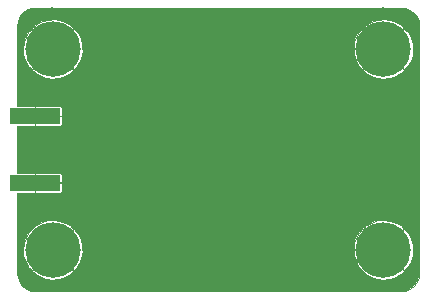
<source format=gbr>
%TF.GenerationSoftware,KiCad,Pcbnew,5.1.9-73d0e3b20d~88~ubuntu20.04.1*%
%TF.CreationDate,2021-03-06T00:26:18+00:00*%
%TF.ProjectId,SMA_to_uFL,534d415f-746f-45f7-9546-4c2e6b696361,1.0*%
%TF.SameCoordinates,Original*%
%TF.FileFunction,Copper,L2,Bot*%
%TF.FilePolarity,Positive*%
%FSLAX46Y46*%
G04 Gerber Fmt 4.6, Leading zero omitted, Abs format (unit mm)*
G04 Created by KiCad (PCBNEW 5.1.9-73d0e3b20d~88~ubuntu20.04.1) date 2021-03-06 00:26:18*
%MOMM*%
%LPD*%
G01*
G04 APERTURE LIST*
%TA.AperFunction,ComponentPad*%
%ADD10C,4.700000*%
%TD*%
%TA.AperFunction,SMDPad,CuDef*%
%ADD11R,4.200000X1.350000*%
%TD*%
%TA.AperFunction,ViaPad*%
%ADD12C,0.800000*%
%TD*%
%TA.AperFunction,Conductor*%
%ADD13C,0.064000*%
%TD*%
%TA.AperFunction,Conductor*%
%ADD14C,0.100000*%
%TD*%
G04 APERTURE END LIST*
D10*
%TO.P, ,1*%
%TO.N,GND*%
X104500000Y-68500000D03*
%TD*%
%TO.P, ,1*%
%TO.N,GND*%
X76500000Y-68500000D03*
%TD*%
%TO.P, ,1*%
%TO.N,GND*%
X104500000Y-51500000D03*
%TD*%
%TO.P, ,1*%
%TO.N,GND*%
X76500000Y-51500000D03*
%TD*%
D11*
%TO.P,J5,2*%
%TO.N,GND*%
X75000000Y-62825000D03*
X75000000Y-57175000D03*
%TD*%
D12*
%TO.N,GND*%
X78400000Y-57800000D03*
X80860000Y-57800000D03*
X83320000Y-57800000D03*
X85780000Y-57800000D03*
X88240000Y-57800000D03*
X90700000Y-57800000D03*
X93160000Y-57800000D03*
X95620000Y-57800000D03*
X98080000Y-57800000D03*
X100540000Y-57800000D03*
X103000000Y-57800000D03*
X78400000Y-62100000D03*
X80860000Y-62100000D03*
X83320000Y-62100000D03*
X85780000Y-62100000D03*
X88240000Y-62100000D03*
X90700000Y-62100000D03*
X93160000Y-62100000D03*
X95620000Y-62100000D03*
X98080000Y-62100000D03*
X100540000Y-62100000D03*
X103000000Y-62100000D03*
X79953000Y-71430000D03*
X81731000Y-71430000D03*
X83382000Y-71430000D03*
X86900000Y-69500000D03*
X88400000Y-66800000D03*
X90000000Y-71400000D03*
X92500000Y-66900000D03*
X94000000Y-68300000D03*
X95400000Y-69500000D03*
X98100000Y-71500000D03*
X99900000Y-71500000D03*
X100800000Y-66900000D03*
X80207000Y-67493000D03*
X85500000Y-67300000D03*
X82500000Y-65000000D03*
X74300000Y-49200000D03*
X76400000Y-48400000D03*
X78800000Y-49300000D03*
X74200000Y-53700000D03*
X76500000Y-54700000D03*
X78900000Y-53600000D03*
X79700000Y-51500000D03*
X101300000Y-51400000D03*
X102300000Y-49100000D03*
X104500000Y-48400000D03*
X106700000Y-49200000D03*
X104500000Y-54700000D03*
X102200000Y-53700000D03*
X106700000Y-53800000D03*
X106800000Y-70600000D03*
X106700000Y-66300000D03*
X104500000Y-65400000D03*
X104500000Y-71600000D03*
X102200000Y-70600000D03*
X102300000Y-66300000D03*
X76500000Y-71600000D03*
X74238000Y-70795000D03*
X78937000Y-70668000D03*
X74200000Y-66200000D03*
X76600000Y-65300000D03*
X78900000Y-66300000D03*
%TD*%
D13*
%TO.N,GND*%
X106293034Y-48020077D02*
X106574904Y-48105179D01*
X106834876Y-48243409D01*
X107063050Y-48429503D01*
X107250733Y-48656373D01*
X107390773Y-48915372D01*
X107477841Y-49196643D01*
X107511000Y-49512128D01*
X107511001Y-70476076D01*
X107479923Y-70793034D01*
X107394822Y-71074903D01*
X107256591Y-71334876D01*
X107070494Y-71563053D01*
X106843630Y-71750732D01*
X106584628Y-71890773D01*
X106303357Y-71977841D01*
X105987871Y-72011000D01*
X75023914Y-72011000D01*
X74706966Y-71979923D01*
X74425097Y-71894822D01*
X74165124Y-71756591D01*
X73936947Y-71570494D01*
X73749268Y-71343630D01*
X73609227Y-71084628D01*
X73522159Y-70803357D01*
X73489000Y-70487871D01*
X73489000Y-70277623D01*
X74767632Y-70277623D01*
X75043528Y-70559103D01*
X75473225Y-70803682D01*
X75942380Y-70959732D01*
X76432964Y-71021255D01*
X76926125Y-70985888D01*
X77402910Y-70854989D01*
X77844996Y-70633589D01*
X77956472Y-70559103D01*
X78232368Y-70277623D01*
X102767632Y-70277623D01*
X103043528Y-70559103D01*
X103473225Y-70803682D01*
X103942380Y-70959732D01*
X104432964Y-71021255D01*
X104926125Y-70985888D01*
X105402910Y-70854989D01*
X105844996Y-70633589D01*
X105956472Y-70559103D01*
X106232368Y-70277623D01*
X104500000Y-68545255D01*
X102767632Y-70277623D01*
X78232368Y-70277623D01*
X76500000Y-68545255D01*
X74767632Y-70277623D01*
X73489000Y-70277623D01*
X73489000Y-68432964D01*
X73978745Y-68432964D01*
X74014112Y-68926125D01*
X74145011Y-69402910D01*
X74366411Y-69844996D01*
X74440897Y-69956472D01*
X74722377Y-70232368D01*
X76454745Y-68500000D01*
X76545255Y-68500000D01*
X78277623Y-70232368D01*
X78559103Y-69956472D01*
X78803682Y-69526775D01*
X78959732Y-69057620D01*
X79021255Y-68567036D01*
X79011641Y-68432964D01*
X101978745Y-68432964D01*
X102014112Y-68926125D01*
X102145011Y-69402910D01*
X102366411Y-69844996D01*
X102440897Y-69956472D01*
X102722377Y-70232368D01*
X104454745Y-68500000D01*
X104545255Y-68500000D01*
X106277623Y-70232368D01*
X106559103Y-69956472D01*
X106803682Y-69526775D01*
X106959732Y-69057620D01*
X107021255Y-68567036D01*
X106985888Y-68073875D01*
X106854989Y-67597090D01*
X106633589Y-67155004D01*
X106559103Y-67043528D01*
X106277623Y-66767632D01*
X104545255Y-68500000D01*
X104454745Y-68500000D01*
X102722377Y-66767632D01*
X102440897Y-67043528D01*
X102196318Y-67473225D01*
X102040268Y-67942380D01*
X101978745Y-68432964D01*
X79011641Y-68432964D01*
X78985888Y-68073875D01*
X78854989Y-67597090D01*
X78633589Y-67155004D01*
X78559103Y-67043528D01*
X78277623Y-66767632D01*
X76545255Y-68500000D01*
X76454745Y-68500000D01*
X74722377Y-66767632D01*
X74440897Y-67043528D01*
X74196318Y-67473225D01*
X74040268Y-67942380D01*
X73978745Y-68432964D01*
X73489000Y-68432964D01*
X73489000Y-66722377D01*
X74767632Y-66722377D01*
X76500000Y-68454745D01*
X78232368Y-66722377D01*
X102767632Y-66722377D01*
X104500000Y-68454745D01*
X106232368Y-66722377D01*
X105956472Y-66440897D01*
X105526775Y-66196318D01*
X105057620Y-66040268D01*
X104567036Y-65978745D01*
X104073875Y-66014112D01*
X103597090Y-66145011D01*
X103155004Y-66366411D01*
X103043528Y-66440897D01*
X102767632Y-66722377D01*
X78232368Y-66722377D01*
X77956472Y-66440897D01*
X77526775Y-66196318D01*
X77057620Y-66040268D01*
X76567036Y-65978745D01*
X76073875Y-66014112D01*
X75597090Y-66145011D01*
X75155004Y-66366411D01*
X75043528Y-66440897D01*
X74767632Y-66722377D01*
X73489000Y-66722377D01*
X73489000Y-63660549D01*
X74928000Y-63660000D01*
X74968000Y-63620000D01*
X74968000Y-62857000D01*
X75032000Y-62857000D01*
X75032000Y-63620000D01*
X75072000Y-63660000D01*
X77100000Y-63660774D01*
X77131365Y-63657685D01*
X77161526Y-63648536D01*
X77189321Y-63633679D01*
X77213684Y-63613684D01*
X77233679Y-63589321D01*
X77248536Y-63561526D01*
X77257685Y-63531365D01*
X77260774Y-63500000D01*
X77260000Y-62897000D01*
X77220000Y-62857000D01*
X75032000Y-62857000D01*
X74968000Y-62857000D01*
X74948000Y-62857000D01*
X74948000Y-62793000D01*
X74968000Y-62793000D01*
X74968000Y-62030000D01*
X75032000Y-62030000D01*
X75032000Y-62793000D01*
X77220000Y-62793000D01*
X77260000Y-62753000D01*
X77260774Y-62150000D01*
X77257685Y-62118635D01*
X77248536Y-62088474D01*
X77233679Y-62060679D01*
X77213684Y-62036316D01*
X77189321Y-62016321D01*
X77161526Y-62001464D01*
X77131365Y-61992315D01*
X77100000Y-61989226D01*
X75072000Y-61990000D01*
X75032000Y-62030000D01*
X74968000Y-62030000D01*
X74928000Y-61990000D01*
X73489000Y-61989451D01*
X73489000Y-58010549D01*
X74928000Y-58010000D01*
X74968000Y-57970000D01*
X74968000Y-57207000D01*
X75032000Y-57207000D01*
X75032000Y-57970000D01*
X75072000Y-58010000D01*
X77100000Y-58010774D01*
X77131365Y-58007685D01*
X77161526Y-57998536D01*
X77189321Y-57983679D01*
X77213684Y-57963684D01*
X77233679Y-57939321D01*
X77248536Y-57911526D01*
X77257685Y-57881365D01*
X77260774Y-57850000D01*
X77260000Y-57247000D01*
X77220000Y-57207000D01*
X75032000Y-57207000D01*
X74968000Y-57207000D01*
X74948000Y-57207000D01*
X74948000Y-57143000D01*
X74968000Y-57143000D01*
X74968000Y-56380000D01*
X75032000Y-56380000D01*
X75032000Y-57143000D01*
X77220000Y-57143000D01*
X77260000Y-57103000D01*
X77260774Y-56500000D01*
X77257685Y-56468635D01*
X77248536Y-56438474D01*
X77233679Y-56410679D01*
X77213684Y-56386316D01*
X77189321Y-56366321D01*
X77161526Y-56351464D01*
X77131365Y-56342315D01*
X77100000Y-56339226D01*
X75072000Y-56340000D01*
X75032000Y-56380000D01*
X74968000Y-56380000D01*
X74928000Y-56340000D01*
X73489000Y-56339451D01*
X73489000Y-53277623D01*
X74767632Y-53277623D01*
X75043528Y-53559103D01*
X75473225Y-53803682D01*
X75942380Y-53959732D01*
X76432964Y-54021255D01*
X76926125Y-53985888D01*
X77402910Y-53854989D01*
X77844996Y-53633589D01*
X77956472Y-53559103D01*
X78232368Y-53277623D01*
X102767632Y-53277623D01*
X103043528Y-53559103D01*
X103473225Y-53803682D01*
X103942380Y-53959732D01*
X104432964Y-54021255D01*
X104926125Y-53985888D01*
X105402910Y-53854989D01*
X105844996Y-53633589D01*
X105956472Y-53559103D01*
X106232368Y-53277623D01*
X104500000Y-51545255D01*
X102767632Y-53277623D01*
X78232368Y-53277623D01*
X76500000Y-51545255D01*
X74767632Y-53277623D01*
X73489000Y-53277623D01*
X73489000Y-51432964D01*
X73978745Y-51432964D01*
X74014112Y-51926125D01*
X74145011Y-52402910D01*
X74366411Y-52844996D01*
X74440897Y-52956472D01*
X74722377Y-53232368D01*
X76454745Y-51500000D01*
X76545255Y-51500000D01*
X78277623Y-53232368D01*
X78559103Y-52956472D01*
X78803682Y-52526775D01*
X78959732Y-52057620D01*
X79021255Y-51567036D01*
X79011641Y-51432964D01*
X101978745Y-51432964D01*
X102014112Y-51926125D01*
X102145011Y-52402910D01*
X102366411Y-52844996D01*
X102440897Y-52956472D01*
X102722377Y-53232368D01*
X104454745Y-51500000D01*
X104545255Y-51500000D01*
X106277623Y-53232368D01*
X106559103Y-52956472D01*
X106803682Y-52526775D01*
X106959732Y-52057620D01*
X107021255Y-51567036D01*
X106985888Y-51073875D01*
X106854989Y-50597090D01*
X106633589Y-50155004D01*
X106559103Y-50043528D01*
X106277623Y-49767632D01*
X104545255Y-51500000D01*
X104454745Y-51500000D01*
X102722377Y-49767632D01*
X102440897Y-50043528D01*
X102196318Y-50473225D01*
X102040268Y-50942380D01*
X101978745Y-51432964D01*
X79011641Y-51432964D01*
X78985888Y-51073875D01*
X78854989Y-50597090D01*
X78633589Y-50155004D01*
X78559103Y-50043528D01*
X78277623Y-49767632D01*
X76545255Y-51500000D01*
X76454745Y-51500000D01*
X74722377Y-49767632D01*
X74440897Y-50043528D01*
X74196318Y-50473225D01*
X74040268Y-50942380D01*
X73978745Y-51432964D01*
X73489000Y-51432964D01*
X73489000Y-49722377D01*
X74767632Y-49722377D01*
X76500000Y-51454745D01*
X78232368Y-49722377D01*
X102767632Y-49722377D01*
X104500000Y-51454745D01*
X106232368Y-49722377D01*
X105956472Y-49440897D01*
X105526775Y-49196318D01*
X105057620Y-49040268D01*
X104567036Y-48978745D01*
X104073875Y-49014112D01*
X103597090Y-49145011D01*
X103155004Y-49366411D01*
X103043528Y-49440897D01*
X102767632Y-49722377D01*
X78232368Y-49722377D01*
X77956472Y-49440897D01*
X77526775Y-49196318D01*
X77057620Y-49040268D01*
X76567036Y-48978745D01*
X76073875Y-49014112D01*
X75597090Y-49145011D01*
X75155004Y-49366411D01*
X75043528Y-49440897D01*
X74767632Y-49722377D01*
X73489000Y-49722377D01*
X73489000Y-49523914D01*
X73520078Y-49206963D01*
X73605179Y-48925096D01*
X73743409Y-48665124D01*
X73929503Y-48436950D01*
X74156373Y-48249267D01*
X74415372Y-48109227D01*
X74696643Y-48022159D01*
X75012128Y-47989000D01*
X105976086Y-47989000D01*
X106293034Y-48020077D01*
%TA.AperFunction,Conductor*%
D14*
G36*
X106293034Y-48020077D02*
G01*
X106574904Y-48105179D01*
X106834876Y-48243409D01*
X107063050Y-48429503D01*
X107250733Y-48656373D01*
X107390773Y-48915372D01*
X107477841Y-49196643D01*
X107511000Y-49512128D01*
X107511001Y-70476076D01*
X107479923Y-70793034D01*
X107394822Y-71074903D01*
X107256591Y-71334876D01*
X107070494Y-71563053D01*
X106843630Y-71750732D01*
X106584628Y-71890773D01*
X106303357Y-71977841D01*
X105987871Y-72011000D01*
X75023914Y-72011000D01*
X74706966Y-71979923D01*
X74425097Y-71894822D01*
X74165124Y-71756591D01*
X73936947Y-71570494D01*
X73749268Y-71343630D01*
X73609227Y-71084628D01*
X73522159Y-70803357D01*
X73489000Y-70487871D01*
X73489000Y-70277623D01*
X74767632Y-70277623D01*
X75043528Y-70559103D01*
X75473225Y-70803682D01*
X75942380Y-70959732D01*
X76432964Y-71021255D01*
X76926125Y-70985888D01*
X77402910Y-70854989D01*
X77844996Y-70633589D01*
X77956472Y-70559103D01*
X78232368Y-70277623D01*
X102767632Y-70277623D01*
X103043528Y-70559103D01*
X103473225Y-70803682D01*
X103942380Y-70959732D01*
X104432964Y-71021255D01*
X104926125Y-70985888D01*
X105402910Y-70854989D01*
X105844996Y-70633589D01*
X105956472Y-70559103D01*
X106232368Y-70277623D01*
X104500000Y-68545255D01*
X102767632Y-70277623D01*
X78232368Y-70277623D01*
X76500000Y-68545255D01*
X74767632Y-70277623D01*
X73489000Y-70277623D01*
X73489000Y-68432964D01*
X73978745Y-68432964D01*
X74014112Y-68926125D01*
X74145011Y-69402910D01*
X74366411Y-69844996D01*
X74440897Y-69956472D01*
X74722377Y-70232368D01*
X76454745Y-68500000D01*
X76545255Y-68500000D01*
X78277623Y-70232368D01*
X78559103Y-69956472D01*
X78803682Y-69526775D01*
X78959732Y-69057620D01*
X79021255Y-68567036D01*
X79011641Y-68432964D01*
X101978745Y-68432964D01*
X102014112Y-68926125D01*
X102145011Y-69402910D01*
X102366411Y-69844996D01*
X102440897Y-69956472D01*
X102722377Y-70232368D01*
X104454745Y-68500000D01*
X104545255Y-68500000D01*
X106277623Y-70232368D01*
X106559103Y-69956472D01*
X106803682Y-69526775D01*
X106959732Y-69057620D01*
X107021255Y-68567036D01*
X106985888Y-68073875D01*
X106854989Y-67597090D01*
X106633589Y-67155004D01*
X106559103Y-67043528D01*
X106277623Y-66767632D01*
X104545255Y-68500000D01*
X104454745Y-68500000D01*
X102722377Y-66767632D01*
X102440897Y-67043528D01*
X102196318Y-67473225D01*
X102040268Y-67942380D01*
X101978745Y-68432964D01*
X79011641Y-68432964D01*
X78985888Y-68073875D01*
X78854989Y-67597090D01*
X78633589Y-67155004D01*
X78559103Y-67043528D01*
X78277623Y-66767632D01*
X76545255Y-68500000D01*
X76454745Y-68500000D01*
X74722377Y-66767632D01*
X74440897Y-67043528D01*
X74196318Y-67473225D01*
X74040268Y-67942380D01*
X73978745Y-68432964D01*
X73489000Y-68432964D01*
X73489000Y-66722377D01*
X74767632Y-66722377D01*
X76500000Y-68454745D01*
X78232368Y-66722377D01*
X102767632Y-66722377D01*
X104500000Y-68454745D01*
X106232368Y-66722377D01*
X105956472Y-66440897D01*
X105526775Y-66196318D01*
X105057620Y-66040268D01*
X104567036Y-65978745D01*
X104073875Y-66014112D01*
X103597090Y-66145011D01*
X103155004Y-66366411D01*
X103043528Y-66440897D01*
X102767632Y-66722377D01*
X78232368Y-66722377D01*
X77956472Y-66440897D01*
X77526775Y-66196318D01*
X77057620Y-66040268D01*
X76567036Y-65978745D01*
X76073875Y-66014112D01*
X75597090Y-66145011D01*
X75155004Y-66366411D01*
X75043528Y-66440897D01*
X74767632Y-66722377D01*
X73489000Y-66722377D01*
X73489000Y-63660549D01*
X74928000Y-63660000D01*
X74968000Y-63620000D01*
X74968000Y-62857000D01*
X75032000Y-62857000D01*
X75032000Y-63620000D01*
X75072000Y-63660000D01*
X77100000Y-63660774D01*
X77131365Y-63657685D01*
X77161526Y-63648536D01*
X77189321Y-63633679D01*
X77213684Y-63613684D01*
X77233679Y-63589321D01*
X77248536Y-63561526D01*
X77257685Y-63531365D01*
X77260774Y-63500000D01*
X77260000Y-62897000D01*
X77220000Y-62857000D01*
X75032000Y-62857000D01*
X74968000Y-62857000D01*
X74948000Y-62857000D01*
X74948000Y-62793000D01*
X74968000Y-62793000D01*
X74968000Y-62030000D01*
X75032000Y-62030000D01*
X75032000Y-62793000D01*
X77220000Y-62793000D01*
X77260000Y-62753000D01*
X77260774Y-62150000D01*
X77257685Y-62118635D01*
X77248536Y-62088474D01*
X77233679Y-62060679D01*
X77213684Y-62036316D01*
X77189321Y-62016321D01*
X77161526Y-62001464D01*
X77131365Y-61992315D01*
X77100000Y-61989226D01*
X75072000Y-61990000D01*
X75032000Y-62030000D01*
X74968000Y-62030000D01*
X74928000Y-61990000D01*
X73489000Y-61989451D01*
X73489000Y-58010549D01*
X74928000Y-58010000D01*
X74968000Y-57970000D01*
X74968000Y-57207000D01*
X75032000Y-57207000D01*
X75032000Y-57970000D01*
X75072000Y-58010000D01*
X77100000Y-58010774D01*
X77131365Y-58007685D01*
X77161526Y-57998536D01*
X77189321Y-57983679D01*
X77213684Y-57963684D01*
X77233679Y-57939321D01*
X77248536Y-57911526D01*
X77257685Y-57881365D01*
X77260774Y-57850000D01*
X77260000Y-57247000D01*
X77220000Y-57207000D01*
X75032000Y-57207000D01*
X74968000Y-57207000D01*
X74948000Y-57207000D01*
X74948000Y-57143000D01*
X74968000Y-57143000D01*
X74968000Y-56380000D01*
X75032000Y-56380000D01*
X75032000Y-57143000D01*
X77220000Y-57143000D01*
X77260000Y-57103000D01*
X77260774Y-56500000D01*
X77257685Y-56468635D01*
X77248536Y-56438474D01*
X77233679Y-56410679D01*
X77213684Y-56386316D01*
X77189321Y-56366321D01*
X77161526Y-56351464D01*
X77131365Y-56342315D01*
X77100000Y-56339226D01*
X75072000Y-56340000D01*
X75032000Y-56380000D01*
X74968000Y-56380000D01*
X74928000Y-56340000D01*
X73489000Y-56339451D01*
X73489000Y-53277623D01*
X74767632Y-53277623D01*
X75043528Y-53559103D01*
X75473225Y-53803682D01*
X75942380Y-53959732D01*
X76432964Y-54021255D01*
X76926125Y-53985888D01*
X77402910Y-53854989D01*
X77844996Y-53633589D01*
X77956472Y-53559103D01*
X78232368Y-53277623D01*
X102767632Y-53277623D01*
X103043528Y-53559103D01*
X103473225Y-53803682D01*
X103942380Y-53959732D01*
X104432964Y-54021255D01*
X104926125Y-53985888D01*
X105402910Y-53854989D01*
X105844996Y-53633589D01*
X105956472Y-53559103D01*
X106232368Y-53277623D01*
X104500000Y-51545255D01*
X102767632Y-53277623D01*
X78232368Y-53277623D01*
X76500000Y-51545255D01*
X74767632Y-53277623D01*
X73489000Y-53277623D01*
X73489000Y-51432964D01*
X73978745Y-51432964D01*
X74014112Y-51926125D01*
X74145011Y-52402910D01*
X74366411Y-52844996D01*
X74440897Y-52956472D01*
X74722377Y-53232368D01*
X76454745Y-51500000D01*
X76545255Y-51500000D01*
X78277623Y-53232368D01*
X78559103Y-52956472D01*
X78803682Y-52526775D01*
X78959732Y-52057620D01*
X79021255Y-51567036D01*
X79011641Y-51432964D01*
X101978745Y-51432964D01*
X102014112Y-51926125D01*
X102145011Y-52402910D01*
X102366411Y-52844996D01*
X102440897Y-52956472D01*
X102722377Y-53232368D01*
X104454745Y-51500000D01*
X104545255Y-51500000D01*
X106277623Y-53232368D01*
X106559103Y-52956472D01*
X106803682Y-52526775D01*
X106959732Y-52057620D01*
X107021255Y-51567036D01*
X106985888Y-51073875D01*
X106854989Y-50597090D01*
X106633589Y-50155004D01*
X106559103Y-50043528D01*
X106277623Y-49767632D01*
X104545255Y-51500000D01*
X104454745Y-51500000D01*
X102722377Y-49767632D01*
X102440897Y-50043528D01*
X102196318Y-50473225D01*
X102040268Y-50942380D01*
X101978745Y-51432964D01*
X79011641Y-51432964D01*
X78985888Y-51073875D01*
X78854989Y-50597090D01*
X78633589Y-50155004D01*
X78559103Y-50043528D01*
X78277623Y-49767632D01*
X76545255Y-51500000D01*
X76454745Y-51500000D01*
X74722377Y-49767632D01*
X74440897Y-50043528D01*
X74196318Y-50473225D01*
X74040268Y-50942380D01*
X73978745Y-51432964D01*
X73489000Y-51432964D01*
X73489000Y-49722377D01*
X74767632Y-49722377D01*
X76500000Y-51454745D01*
X78232368Y-49722377D01*
X102767632Y-49722377D01*
X104500000Y-51454745D01*
X106232368Y-49722377D01*
X105956472Y-49440897D01*
X105526775Y-49196318D01*
X105057620Y-49040268D01*
X104567036Y-48978745D01*
X104073875Y-49014112D01*
X103597090Y-49145011D01*
X103155004Y-49366411D01*
X103043528Y-49440897D01*
X102767632Y-49722377D01*
X78232368Y-49722377D01*
X77956472Y-49440897D01*
X77526775Y-49196318D01*
X77057620Y-49040268D01*
X76567036Y-48978745D01*
X76073875Y-49014112D01*
X75597090Y-49145011D01*
X75155004Y-49366411D01*
X75043528Y-49440897D01*
X74767632Y-49722377D01*
X73489000Y-49722377D01*
X73489000Y-49523914D01*
X73520078Y-49206963D01*
X73605179Y-48925096D01*
X73743409Y-48665124D01*
X73929503Y-48436950D01*
X74156373Y-48249267D01*
X74415372Y-48109227D01*
X74696643Y-48022159D01*
X75012128Y-47989000D01*
X105976086Y-47989000D01*
X106293034Y-48020077D01*
G37*
%TD.AperFunction*%
%TD*%
M02*

</source>
